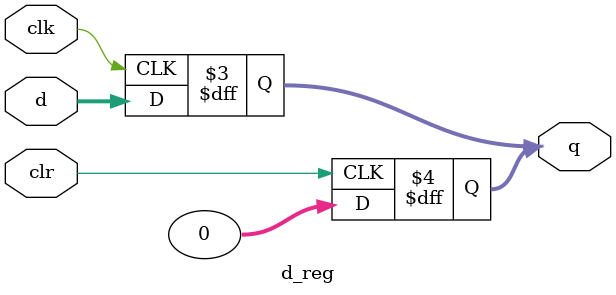
<source format=v>
module d_reg(clk,q,d,clr);
parameter width =32 , prop =8;
input clk,clr ;
output [width-1:0] q;
input [width-1:0] d;
reg [width-1:0] q;

always @(negedge clr)
   begin 
	#(prop) q=0;

   end

always @(negedge clk)
   begin	
	#(prop) q = d;
   end
  
endmodule  

</source>
